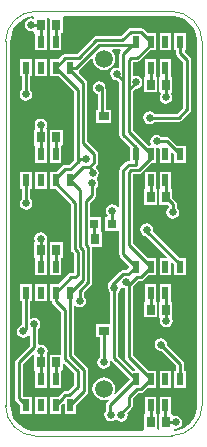
<source format=gtl>
G04 Layer_Physical_Order=1*
G04 Layer_Color=255*
%FSLAX24Y24*%
%MOIN*%
G70*
G01*
G75*
%ADD10C,0.0100*%
%ADD11R,0.0315X0.0315*%
%ADD12R,0.0217X0.0413*%
%ADD13R,0.0354X0.0276*%
%ADD14R,0.0276X0.0354*%
%ADD15C,0.0040*%
%ADD16C,0.0590*%
%ADD17C,0.0260*%
G36*
X5546Y13987D02*
X5628Y13983D01*
X5793Y13950D01*
X5944Y13887D01*
X6080Y13796D01*
X6196Y13680D01*
X6287Y13544D01*
X6350Y13393D01*
X6383Y13228D01*
X6387Y13146D01*
Y1004D01*
X6383Y922D01*
X6350Y757D01*
X6287Y606D01*
X6196Y470D01*
X6080Y354D01*
X5944Y263D01*
X5793Y200D01*
X5641Y170D01*
X5616Y188D01*
X5603Y209D01*
X5652Y242D01*
X5680Y236D01*
X5762Y252D01*
X5831Y299D01*
X5878Y368D01*
X5894Y450D01*
X5878Y532D01*
X5831Y601D01*
X5762Y648D01*
X5680Y664D01*
X5614Y651D01*
X5564Y680D01*
Y710D01*
X5554D01*
X5512Y730D01*
Y1304D01*
X5135D01*
Y730D01*
X5135Y730D01*
X5128Y710D01*
X5128D01*
X5128Y683D01*
Y213D01*
X5120Y202D01*
X5102Y200D01*
X5094Y202D01*
X5052Y245D01*
Y710D01*
X5052D01*
X5020Y730D01*
Y1304D01*
X4643D01*
Y730D01*
X4616Y710D01*
X4616D01*
Y213D01*
X4580Y163D01*
X994Y163D01*
X913Y167D01*
X750Y199D01*
X601Y261D01*
X466Y351D01*
X351Y466D01*
X261Y601D01*
X200Y750D01*
X167Y913D01*
X163Y994D01*
Y13146D01*
X167Y13228D01*
X200Y13393D01*
X263Y13544D01*
X354Y13680D01*
X470Y13796D01*
X606Y13887D01*
X757Y13950D01*
X918Y13982D01*
X926Y13976D01*
X947Y13930D01*
X906Y13901D01*
X853Y13911D01*
X771Y13895D01*
X702Y13848D01*
X655Y13779D01*
X639Y13697D01*
X655Y13615D01*
X702Y13546D01*
X771Y13499D01*
X853Y13483D01*
X906Y13494D01*
X928Y13478D01*
X956Y13440D01*
D01*
X988Y13405D01*
Y12846D01*
X1365D01*
Y13420D01*
X1392Y13440D01*
X1392D01*
Y13937D01*
X1400Y13948D01*
X1418Y13950D01*
X1426Y13948D01*
X1468Y13905D01*
Y13440D01*
X1468D01*
X1480Y13420D01*
Y12846D01*
X1857D01*
Y13420D01*
X1898Y13440D01*
X1904D01*
Y13937D01*
X1940Y13987D01*
X5546Y13987D01*
D02*
G37*
%LPC*%
G36*
X4710Y7084D02*
X4628Y7068D01*
X4559Y7021D01*
X4512Y6952D01*
X4496Y6870D01*
X4512Y6788D01*
X4559Y6719D01*
X4628Y6672D01*
X4683Y6661D01*
X5378Y5966D01*
X5359Y5920D01*
X5135D01*
Y5346D01*
X5512D01*
Y5767D01*
X5558Y5786D01*
X5627Y5717D01*
Y5346D01*
X6004D01*
Y5920D01*
X5799D01*
X4912Y6807D01*
X4924Y6870D01*
X4908Y6952D01*
X4861Y7021D01*
X4792Y7068D01*
X4710Y7084D01*
D02*
G37*
G36*
X1904Y6454D02*
X1468D01*
Y5940D01*
X1468D01*
X1480Y5920D01*
Y5346D01*
X1857D01*
Y5920D01*
X1898Y5940D01*
X1904D01*
Y6454D01*
D02*
G37*
G36*
X1365Y5054D02*
X988D01*
Y4480D01*
X1365D01*
Y5054D01*
D02*
G37*
G36*
X873Y8804D02*
X496D01*
Y8230D01*
X552D01*
Y7918D01*
X533Y7906D01*
X486Y7836D01*
X470Y7754D01*
X486Y7672D01*
X533Y7603D01*
X602Y7556D01*
X684Y7540D01*
X766Y7556D01*
X836Y7603D01*
X882Y7672D01*
X898Y7754D01*
X882Y7836D01*
X836Y7906D01*
X817Y7918D01*
Y8230D01*
X873D01*
Y8804D01*
D02*
G37*
G36*
X5512D02*
X5135D01*
Y8230D01*
X5135Y8230D01*
X5128Y8208D01*
X5128D01*
X5128Y8183D01*
Y7694D01*
X5416D01*
X5437Y7672D01*
Y7614D01*
X5419Y7601D01*
X5372Y7532D01*
X5356Y7450D01*
X5372Y7368D01*
X5419Y7299D01*
X5488Y7252D01*
X5570Y7236D01*
X5652Y7252D01*
X5721Y7299D01*
X5768Y7368D01*
X5784Y7450D01*
X5768Y7532D01*
X5721Y7601D01*
X5703Y7614D01*
Y7727D01*
X5692Y7778D01*
X5664Y7821D01*
X5564Y7921D01*
Y8208D01*
X5553D01*
X5512Y8230D01*
Y8804D01*
D02*
G37*
G36*
X1170Y6784D02*
X1088Y6768D01*
X1019Y6721D01*
X972Y6652D01*
X956Y6570D01*
X969Y6504D01*
X956Y6454D01*
X956D01*
Y5940D01*
X956D01*
X988Y5920D01*
Y5346D01*
X1365D01*
Y5920D01*
X1392Y5940D01*
X1392D01*
Y6454D01*
X1392D01*
X1371Y6504D01*
X1384Y6570D01*
X1368Y6652D01*
X1321Y6721D01*
X1252Y6768D01*
X1170Y6784D01*
D02*
G37*
G36*
X5512Y2170D02*
X5135D01*
Y1596D01*
X5512D01*
Y2170D01*
D02*
G37*
G36*
X873Y5054D02*
X496D01*
Y4480D01*
X552D01*
Y3686D01*
X508Y3677D01*
X439Y3631D01*
X392Y3561D01*
X376Y3479D01*
X392Y3397D01*
X439Y3328D01*
X508Y3281D01*
X590Y3265D01*
X672Y3281D01*
X741Y3328D01*
X767Y3367D01*
X817Y3352D01*
Y3005D01*
X352Y2540D01*
X324Y2497D01*
X314Y2446D01*
Y1255D01*
X324Y1204D01*
X352Y1161D01*
X496Y1018D01*
Y730D01*
X873D01*
Y1304D01*
X585D01*
X579Y1310D01*
Y2391D01*
X917Y2729D01*
X956Y2698D01*
Y2190D01*
X956D01*
X988Y2170D01*
Y1596D01*
X1365D01*
Y2170D01*
X1392Y2190D01*
X1392D01*
Y2704D01*
X1392Y2704D01*
X1391Y2754D01*
X1404Y2820D01*
X1388Y2902D01*
X1341Y2971D01*
X1272Y3018D01*
X1190Y3034D01*
X1133Y3023D01*
X1083Y3056D01*
Y3546D01*
X1101Y3559D01*
X1148Y3628D01*
X1164Y3710D01*
X1148Y3792D01*
X1101Y3861D01*
X1032Y3908D01*
X950Y3924D01*
X868Y3908D01*
X861Y3903D01*
X817Y3927D01*
Y4480D01*
X873D01*
Y5054D01*
D02*
G37*
G36*
X1365Y1304D02*
X988D01*
Y730D01*
X1365D01*
Y1304D01*
D02*
G37*
G36*
X5020Y5054D02*
X4643D01*
Y4480D01*
X4616Y4459D01*
X4616D01*
Y3945D01*
X5052D01*
Y4459D01*
X5052D01*
X5020Y4480D01*
Y5054D01*
D02*
G37*
G36*
X5512D02*
X5135D01*
Y4480D01*
X5135Y4480D01*
X5128Y4459D01*
X5128D01*
X5128Y4433D01*
Y3945D01*
X5129D01*
X5159Y3895D01*
X5146Y3830D01*
X5162Y3748D01*
X5209Y3679D01*
X5278Y3632D01*
X5360Y3616D01*
X5442Y3632D01*
X5511Y3679D01*
X5558Y3748D01*
X5574Y3830D01*
X5561Y3895D01*
X5564Y3945D01*
X5564Y3945D01*
X5564Y3945D01*
Y4459D01*
X5553D01*
X5512Y4480D01*
Y5054D01*
D02*
G37*
G36*
X5180Y3254D02*
X5098Y3238D01*
X5029Y3191D01*
X4982Y3122D01*
X4966Y3040D01*
X4982Y2958D01*
X5029Y2889D01*
X5098Y2842D01*
X5180Y2826D01*
X5202Y2830D01*
X5683Y2349D01*
Y2170D01*
X5627D01*
Y1596D01*
X6004D01*
Y2170D01*
X5948D01*
Y2404D01*
X5938Y2455D01*
X5909Y2498D01*
X5390Y3018D01*
X5394Y3040D01*
X5378Y3122D01*
X5331Y3191D01*
X5262Y3238D01*
X5180Y3254D01*
D02*
G37*
G36*
X5020Y12554D02*
X4643D01*
Y11980D01*
X4616Y11957D01*
X4616D01*
Y11443D01*
X5052D01*
Y11957D01*
X5052D01*
X5020Y11980D01*
Y12554D01*
D02*
G37*
G36*
X873D02*
X496D01*
Y11980D01*
X552D01*
Y11547D01*
X529Y11531D01*
X482Y11462D01*
X466Y11380D01*
X482Y11298D01*
X529Y11229D01*
X598Y11182D01*
X680Y11166D01*
X762Y11182D01*
X831Y11229D01*
X878Y11298D01*
X894Y11380D01*
X878Y11462D01*
X831Y11531D01*
X817Y11541D01*
Y11980D01*
X873D01*
Y12554D01*
D02*
G37*
G36*
X5512D02*
X5135D01*
Y11980D01*
X5135Y11980D01*
X5128Y11957D01*
X5128D01*
X5128Y11933D01*
Y11443D01*
X5138D01*
X5165Y11393D01*
X5148Y11368D01*
X5132Y11286D01*
X5148Y11204D01*
X5195Y11135D01*
X5264Y11088D01*
X5346Y11072D01*
X5428Y11088D01*
X5497Y11135D01*
X5544Y11204D01*
X5560Y11286D01*
X5544Y11368D01*
X5527Y11393D01*
X5554Y11443D01*
X5564D01*
Y11957D01*
X5552D01*
X5512Y11980D01*
Y12554D01*
D02*
G37*
G36*
Y13420D02*
X5135D01*
Y12846D01*
X5512D01*
Y13420D01*
D02*
G37*
G36*
X4502Y13602D02*
X4177D01*
X4127Y13592D01*
X4084Y13564D01*
X3843Y13323D01*
X3025D01*
X2975Y13312D01*
X2932Y13284D01*
X2384Y12736D01*
X1998D01*
X1948Y12726D01*
X1905Y12697D01*
X1761Y12554D01*
X1480D01*
Y11980D01*
X1761D01*
X2266Y11475D01*
Y9177D01*
X2108Y9019D01*
X1977D01*
X1926Y9009D01*
X1883Y8981D01*
X1706Y8804D01*
X1480D01*
Y8230D01*
X1662D01*
X2175Y7718D01*
Y6224D01*
X2185Y6174D01*
X2213Y6131D01*
X2266Y6078D01*
Y5429D01*
X2191D01*
X2141Y5419D01*
X2098Y5390D01*
X1761Y5054D01*
X1480D01*
Y4480D01*
X1538D01*
X1546Y4441D01*
X1575Y4398D01*
X1848Y4124D01*
Y2704D01*
X1468D01*
Y2190D01*
X1468D01*
X1480Y2170D01*
Y1596D01*
X1857D01*
Y2170D01*
X1898Y2190D01*
X1904D01*
Y2392D01*
X1950Y2411D01*
X2267Y2093D01*
Y1679D01*
X2075Y1486D01*
X1998D01*
X1948Y1476D01*
X1905Y1447D01*
X1829Y1371D01*
X1815Y1351D01*
X1768Y1304D01*
X1480D01*
Y730D01*
X1857D01*
Y1018D01*
X1926Y1087D01*
X1972Y1068D01*
Y730D01*
X2349D01*
Y1018D01*
X2714Y1383D01*
X2742Y1426D01*
X2753Y1476D01*
Y2183D01*
X2742Y2233D01*
X2714Y2276D01*
X2293Y2697D01*
Y4309D01*
X2343Y4329D01*
X2398Y4292D01*
X2480Y4276D01*
X2562Y4292D01*
X2631Y4339D01*
X2678Y4408D01*
X2694Y4490D01*
X2678Y4572D01*
X2631Y4641D01*
X2613Y4654D01*
Y4777D01*
X2853Y5017D01*
X2881Y5060D01*
X2891Y5111D01*
Y6282D01*
X2897Y6288D01*
X3212D01*
Y6802D01*
X3212D01*
X3192Y6823D01*
Y7297D01*
X2800D01*
Y7762D01*
X2974Y7936D01*
X3002Y7979D01*
X3013Y8030D01*
Y8246D01*
X3031Y8259D01*
X3078Y8328D01*
X3094Y8410D01*
X3078Y8492D01*
X3048Y8536D01*
X3051Y8599D01*
X3098Y8668D01*
X3114Y8750D01*
X3098Y8832D01*
X3051Y8901D01*
X3025Y8919D01*
X3017Y8982D01*
X3044Y9009D01*
X3072Y9052D01*
X3083Y9102D01*
Y9390D01*
X3072Y9441D01*
X3044Y9484D01*
X2711Y9816D01*
Y11773D01*
X2701Y11824D01*
X2673Y11867D01*
X2436Y12103D01*
X2443Y12168D01*
X2451Y12173D01*
X2856Y12579D01*
X2904Y12556D01*
X2915Y12472D01*
X2952Y12381D01*
X3013Y12303D01*
X3091Y12242D01*
X3182Y12205D01*
X3280Y12192D01*
X3378Y12205D01*
X3469Y12242D01*
X3547Y12303D01*
X3608Y12381D01*
X3645Y12472D01*
X3658Y12570D01*
X3645Y12668D01*
X3608Y12759D01*
X3555Y12827D01*
X3571Y12877D01*
X3831D01*
X3850Y12831D01*
X3827Y12809D01*
X3799Y12766D01*
X3789Y12715D01*
Y12307D01*
X3739Y12266D01*
X3700Y12274D01*
X3618Y12258D01*
X3549Y12211D01*
X3502Y12142D01*
X3486Y12060D01*
X3502Y11978D01*
X3549Y11909D01*
X3618Y11862D01*
X3700Y11846D01*
X3722Y11850D01*
X3789Y11784D01*
Y10039D01*
X3799Y9988D01*
X3827Y9945D01*
X4151Y9621D01*
Y9166D01*
X4103D01*
X4052Y9156D01*
X4009Y9127D01*
X3827Y8946D01*
X3799Y8903D01*
X3789Y8852D01*
Y7611D01*
X3739Y7596D01*
X3701Y7651D01*
X3632Y7698D01*
X3550Y7714D01*
X3468Y7698D01*
X3399Y7651D01*
X3352Y7582D01*
X3336Y7500D01*
X3352Y7418D01*
X3399Y7349D01*
X3400Y7347D01*
X3385Y7297D01*
X3308D01*
Y6823D01*
X3783Y6823D01*
X3789Y6775D01*
Y6051D01*
X3799Y6001D01*
X3827Y5958D01*
X4151Y5634D01*
Y5632D01*
X4031Y5513D01*
X3901D01*
X3850Y5502D01*
X3807Y5474D01*
X3454Y5121D01*
X3426Y5078D01*
X3416Y5027D01*
Y5006D01*
X3424Y4964D01*
X3416Y4924D01*
X3432Y4842D01*
X3479Y4772D01*
X3497Y4760D01*
Y3722D01*
X3013D01*
Y3286D01*
X3137D01*
Y2614D01*
X3119Y2601D01*
X3072Y2532D01*
X3056Y2450D01*
X3072Y2368D01*
X3119Y2299D01*
X3188Y2252D01*
X3270Y2236D01*
X3352Y2252D01*
X3421Y2299D01*
X3468Y2368D01*
X3484Y2450D01*
X3474Y2502D01*
X3521Y2522D01*
X3536Y2499D01*
X4151Y1884D01*
Y1882D01*
X3653Y1384D01*
X3611Y1413D01*
X3635Y1472D01*
X3648Y1570D01*
X3635Y1668D01*
X3598Y1759D01*
X3537Y1837D01*
X3459Y1898D01*
X3368Y1935D01*
X3270Y1948D01*
X3172Y1935D01*
X3081Y1898D01*
X3003Y1837D01*
X2942Y1759D01*
X2905Y1668D01*
X2892Y1570D01*
X2905Y1472D01*
X2942Y1381D01*
X3003Y1303D01*
X3081Y1242D01*
X3172Y1205D01*
X3270Y1192D01*
X3368Y1205D01*
X3427Y1229D01*
X3456Y1187D01*
X3386Y1117D01*
X3358Y1074D01*
X3347Y1024D01*
Y835D01*
X3312Y782D01*
X3296Y700D01*
X3312Y618D01*
X3359Y549D01*
X3428Y502D01*
X3510Y486D01*
X3592Y502D01*
X3643Y536D01*
X3706Y532D01*
X3709Y529D01*
X3778Y482D01*
X3860Y466D01*
X3942Y482D01*
X4011Y529D01*
X4058Y598D01*
X4074Y680D01*
X4058Y762D01*
X4054Y767D01*
X4195Y907D01*
X4224Y950D01*
X4234Y1001D01*
Y1223D01*
X4425Y1414D01*
X4502D01*
X4552Y1424D01*
X4595Y1453D01*
X4739Y1596D01*
X5020D01*
Y2170D01*
X4739D01*
X4234Y2675D01*
Y4973D01*
X4271Y5010D01*
X4271Y5010D01*
X4425Y5164D01*
X4502D01*
X4552Y5174D01*
X4595Y5203D01*
X4739Y5346D01*
X5020D01*
Y5920D01*
X4732D01*
X4685Y5967D01*
X4671Y5987D01*
X4234Y6425D01*
Y8721D01*
X4432D01*
X4483Y8731D01*
X4526Y8760D01*
X4862Y9096D01*
X5020D01*
Y9579D01*
X5040Y9596D01*
X5085Y9605D01*
X5135Y9566D01*
Y9096D01*
X5512D01*
Y9441D01*
X5558Y9460D01*
X5627Y9391D01*
Y9096D01*
X6004D01*
Y9670D01*
X5723D01*
X5489Y9904D01*
X5446Y9932D01*
X5396Y9943D01*
X5204D01*
X5191Y9961D01*
X5122Y10008D01*
X5040Y10024D01*
X4958Y10008D01*
X4889Y9961D01*
X4842Y9892D01*
X4826Y9810D01*
X4842Y9728D01*
X4852Y9714D01*
X4828Y9670D01*
X4739D01*
X4234Y10175D01*
Y11476D01*
X4328Y11570D01*
X4350Y11566D01*
X4432Y11582D01*
X4501Y11629D01*
X4548Y11698D01*
X4564Y11780D01*
X4548Y11862D01*
X4501Y11931D01*
X4432Y11978D01*
X4350Y11994D01*
X4284Y11981D01*
X4234Y12010D01*
Y12471D01*
X4394D01*
X4444Y12481D01*
X4487Y12510D01*
X4824Y12846D01*
X5020D01*
Y13420D01*
X4739D01*
X4595Y13564D01*
X4552Y13592D01*
X4502Y13602D01*
D02*
G37*
G36*
X1365Y12554D02*
X988D01*
Y11980D01*
X1365D01*
Y12554D01*
D02*
G37*
G36*
X1180Y10574D02*
X1098Y10558D01*
X1029Y10511D01*
X982Y10442D01*
X966Y10360D01*
X982Y10278D01*
X998Y10254D01*
X971Y10204D01*
X956D01*
Y9690D01*
X956D01*
X988Y9670D01*
Y9096D01*
X1365D01*
Y9670D01*
X1392Y9690D01*
X1392D01*
Y10204D01*
X1389D01*
X1362Y10254D01*
X1378Y10278D01*
X1394Y10360D01*
X1378Y10442D01*
X1331Y10511D01*
X1262Y10558D01*
X1180Y10574D01*
D02*
G37*
G36*
X1365Y8804D02*
X988D01*
Y8230D01*
X1365D01*
Y8804D01*
D02*
G37*
G36*
X5020D02*
X4643D01*
Y8230D01*
X4616Y8208D01*
X4616D01*
Y7694D01*
X5052D01*
Y8208D01*
X5052D01*
X5020Y8230D01*
Y8804D01*
D02*
G37*
G36*
X1904Y10204D02*
X1468D01*
Y9690D01*
X1468D01*
X1480Y9670D01*
Y9096D01*
X1857D01*
Y9670D01*
X1898Y9690D01*
X1904D01*
Y10204D01*
D02*
G37*
G36*
X6004Y13420D02*
X5627D01*
Y12846D01*
X5683D01*
Y12766D01*
X5693Y12715D01*
X5722Y12672D01*
X5921Y12473D01*
Y10939D01*
X5715Y10733D01*
X4974D01*
X4961Y10751D01*
X4892Y10798D01*
X4810Y10814D01*
X4728Y10798D01*
X4659Y10751D01*
X4612Y10682D01*
X4596Y10600D01*
X4612Y10518D01*
X4659Y10449D01*
X4728Y10402D01*
X4810Y10386D01*
X4892Y10402D01*
X4961Y10449D01*
X4974Y10467D01*
X5770D01*
X5821Y10478D01*
X5864Y10506D01*
X6148Y10790D01*
X6176Y10833D01*
X6187Y10884D01*
Y12527D01*
X6176Y12578D01*
X6148Y12621D01*
X5972Y12796D01*
X5993Y12846D01*
X6004D01*
Y13420D01*
D02*
G37*
G36*
X3120Y11814D02*
X3038Y11798D01*
X2969Y11751D01*
X2922Y11682D01*
X2906Y11600D01*
X2922Y11518D01*
X2969Y11449D01*
X3038Y11402D01*
X3067Y11396D01*
Y10864D01*
X3013D01*
Y10428D01*
X3527D01*
Y10864D01*
X3333D01*
Y11592D01*
X3334Y11600D01*
X3333Y11608D01*
Y11620D01*
X3322Y11671D01*
X3319Y11676D01*
X3318Y11682D01*
X3271Y11751D01*
X3202Y11798D01*
X3120Y11814D01*
D02*
G37*
%LPD*%
G36*
X3927Y4922D02*
X3969Y4914D01*
Y2620D01*
X3979Y2569D01*
X4007Y2526D01*
X4318Y2216D01*
X4299Y2170D01*
X4240D01*
X3763Y2647D01*
Y4760D01*
X3781Y4772D01*
X3828Y4842D01*
X3843Y4918D01*
X3865Y4934D01*
X3891Y4946D01*
X3927Y4922D01*
D02*
G37*
D10*
X5324Y475D02*
G03*
X5346Y453I22J0D01*
G01*
Y4745D02*
G03*
X5324Y4767I-22J0D01*
G01*
X5346Y8495D02*
G03*
X5324Y8517I-22J0D01*
G01*
X5346Y12245D02*
G03*
X5324Y12267I-22J0D01*
G01*
X1686Y13697D02*
G03*
X1669Y13680I0J-17D01*
G01*
Y9383D02*
G03*
X1686Y9401I0J17D01*
G01*
X1669Y5633D02*
G03*
X1686Y5651I0J17D01*
G01*
X1669Y1883D02*
G03*
X1686Y1901I0J17D01*
G01*
X3200Y10716D02*
Y11620D01*
X1174Y2447D02*
Y2836D01*
X4810Y10600D02*
X5770D01*
X4662Y6870D02*
X5816Y5716D01*
X5040Y9810D02*
X5396D01*
X5570Y7450D02*
Y7727D01*
X5346Y7951D02*
X5570Y7727D01*
X1174Y2836D02*
X1190Y2820D01*
X950Y2950D02*
Y3710D01*
X446Y2446D02*
X950Y2950D01*
X684Y3573D02*
Y4767D01*
X590Y3479D02*
X684Y3573D01*
X446Y1255D02*
X684Y1017D01*
X446Y1255D02*
Y2446D01*
X3025Y13190D02*
X3898D01*
X2439Y12604D02*
X3025Y13190D01*
X1998Y12604D02*
X2439D01*
X3100Y13010D02*
X4216D01*
X2357Y12267D02*
X3100Y13010D01*
X2161Y12267D02*
X2357D01*
X4216Y13010D02*
X4339Y13133D01*
X3921Y12715D02*
X4216Y13010D01*
X4832Y13041D02*
Y13133D01*
X4394Y12604D02*
X4832Y13041D01*
X4177Y12604D02*
X4394D01*
X2798Y8950D02*
X2900Y8848D01*
Y8750D02*
Y8848D01*
X2950Y9102D02*
Y9390D01*
X2798Y8950D02*
X2950Y9102D01*
X2594Y8950D02*
X2798D01*
X2161Y8517D02*
X2594Y8950D01*
X2880Y8030D02*
Y8410D01*
X2667Y7817D02*
X2880Y8030D01*
X2667Y6373D02*
Y7817D01*
X2307Y6224D02*
Y7773D01*
X1669Y8411D02*
X2307Y7773D01*
X1669Y8411D02*
Y8517D01*
X2161D02*
X2487Y8190D01*
Y6299D02*
Y8190D01*
X2307Y6224D02*
X2399Y6133D01*
Y5373D02*
Y6133D01*
X2487Y6299D02*
X2579Y6207D01*
Y5185D02*
Y6207D01*
X2161Y4767D02*
X2579Y5185D01*
X2955Y6585D02*
X2994Y6545D01*
X2955Y6585D02*
Y7060D01*
X5677Y453D02*
X5680Y450D01*
X5346Y453D02*
X5677D01*
X3270Y2450D02*
Y3504D01*
X3860Y680D02*
Y760D01*
X4101Y1001D01*
Y1277D01*
X3480Y730D02*
X3510Y700D01*
X3480Y730D02*
Y1024D01*
X4339Y1883D01*
X4832Y1876D02*
Y1883D01*
X4502Y1546D02*
X4832Y1876D01*
X4370Y1546D02*
X4502D01*
X4101Y1277D02*
X4370Y1546D01*
X2620Y1476D02*
Y2183D01*
X2161Y2642D02*
X2620Y2183D01*
X2161Y2642D02*
Y4767D01*
X2400Y1624D02*
Y2148D01*
X1981Y2567D02*
X2400Y2148D01*
X1981Y2567D02*
Y4179D01*
X3548Y5027D02*
X3901Y5380D01*
X4086D02*
X4339Y5633D01*
X3901Y5380D02*
X4086D01*
X3548Y5006D02*
Y5027D01*
Y5006D02*
X3630Y4924D01*
X4009Y5120D02*
X4101Y5027D01*
X3630Y2592D02*
Y4924D01*
Y2592D02*
X4339Y1883D01*
X3545Y7495D02*
X3550Y7500D01*
X3545Y7060D02*
Y7495D01*
X5816Y9390D02*
Y9434D01*
X5396Y9810D02*
X5816Y9390D01*
Y9383D02*
Y9390D01*
X4339Y9383D02*
Y9621D01*
X3921Y10039D02*
X4339Y9621D01*
X3921Y10039D02*
Y11839D01*
X4101Y10120D02*
Y11531D01*
X1669Y12260D02*
X2399Y11530D01*
Y9123D02*
Y11530D01*
X2163Y8887D02*
X2399Y9123D01*
X2486Y9210D01*
X2690D01*
X2579Y9761D02*
Y11773D01*
X2161Y12192D02*
X2579Y11773D01*
Y9761D02*
X2950Y9390D01*
X2161Y12192D02*
Y12267D01*
X1977Y8887D02*
X2163D01*
X4103Y9034D02*
X4339D01*
X3921Y8852D02*
X4103Y9034D01*
X4177Y8854D02*
X4432D01*
X4101Y8777D02*
X4177Y8854D01*
X4101Y6370D02*
Y8777D01*
X2667Y6373D02*
X2759Y6282D01*
Y5111D02*
Y6282D01*
X2480Y4832D02*
X2759Y5111D01*
X2480Y4490D02*
Y4832D01*
X4101Y10120D02*
X4832Y9390D01*
X5770Y10600D02*
X6054Y10884D01*
X3120Y11600D02*
X3180D01*
X3200Y11620D01*
Y10716D02*
X3270Y10646D01*
X3700Y12060D02*
X3921Y11839D01*
X4101Y11531D02*
Y12527D01*
Y11531D02*
X4350Y11780D01*
X3921Y11839D02*
Y12715D01*
X5346Y11286D02*
Y11700D01*
X5180Y3040D02*
X5816Y2404D01*
X853Y13697D02*
X1174D01*
Y10354D02*
X1180Y10360D01*
X1174Y9947D02*
Y10354D01*
X1170Y6570D02*
X1174Y6566D01*
Y6197D02*
Y6566D01*
X5346Y3844D02*
X5360Y3830D01*
X5346Y3844D02*
Y4202D01*
X5816Y1883D02*
Y2404D01*
X4662Y6870D02*
X4710D01*
X5816Y5633D02*
Y5716D01*
X4177Y5104D02*
X4370Y5296D01*
X4177Y5104D02*
X4177D01*
X4101Y5027D02*
X4177Y5104D01*
X4101Y2620D02*
Y5027D01*
X4370Y5296D02*
X4502D01*
X6054Y10884D02*
Y12527D01*
X5816Y12766D02*
X6054Y12527D01*
X5816Y12766D02*
Y13133D01*
X684Y11376D02*
Y12267D01*
X680Y11380D02*
X684Y11376D01*
Y7754D02*
Y8517D01*
X1998Y1354D02*
X2130D01*
X1922Y1277D02*
X1998Y1354D01*
X1922Y1271D02*
Y1277D01*
X1669Y1017D02*
X1922Y1271D01*
X4578Y5887D02*
X4832Y5633D01*
X4578Y5887D02*
Y5894D01*
X4101Y6370D02*
X4578Y5894D01*
X4502Y5296D02*
X4832Y5626D01*
X4177Y13470D02*
X4502D01*
X3898Y13190D02*
X4177Y13470D01*
X4502D02*
X4832Y13140D01*
X1669Y12274D02*
X1998Y12604D01*
X4832Y1883D02*
Y1890D01*
X4101Y2620D02*
X4832Y1890D01*
Y5626D02*
Y5633D01*
X4432Y8854D02*
X4832Y9253D01*
X3921Y6051D02*
X4339Y5633D01*
X3921Y6051D02*
Y8852D01*
X4339Y9034D02*
Y9383D01*
X4832Y9253D02*
Y9383D01*
Y9390D01*
X4101Y12527D02*
X4177Y12604D01*
X4832Y13133D02*
Y13140D01*
X1669Y12267D02*
Y12274D01*
Y8579D02*
X1977Y8887D01*
X1669Y12260D02*
Y12267D01*
Y8517D02*
Y8579D01*
X2323Y5296D02*
X2399Y5373D01*
X2191Y5296D02*
X2323D01*
X1669Y4774D02*
X2191Y5296D01*
X1669Y4767D02*
Y4774D01*
Y4491D02*
Y4767D01*
Y4491D02*
X1981Y4179D01*
X2130Y1354D02*
X2400Y1624D01*
X2161Y1017D02*
X2620Y1476D01*
X5324Y475D02*
Y1017D01*
X4832Y453D02*
X4834D01*
X4832D02*
Y1017D01*
X5346Y4202D02*
Y4745D01*
X4832Y4767D02*
X4834D01*
Y4202D02*
Y4767D01*
X5346Y7951D02*
Y8495D01*
X4832Y8517D02*
X4834D01*
Y7951D02*
Y8517D01*
X5346Y11700D02*
Y12245D01*
X4832Y12267D02*
X4834D01*
Y11700D02*
Y12267D01*
X1174Y13133D02*
X1176D01*
X1174D02*
Y13697D01*
X1669Y13133D02*
Y13680D01*
X1174Y9383D02*
X1176D01*
X1174D02*
Y9947D01*
X1686Y9401D02*
Y9947D01*
X1174Y5633D02*
X1176D01*
X1174D02*
Y6197D01*
X1686Y5651D02*
Y6197D01*
X1174Y1883D02*
X1176D01*
X1174D02*
Y2447D01*
X1686Y1901D02*
Y2447D01*
D11*
X2955Y7060D02*
D03*
X3545D02*
D03*
D12*
X4832Y1883D02*
D03*
X5324D02*
D03*
X5816D02*
D03*
X4339D02*
D03*
X4832Y1017D02*
D03*
X4339D02*
D03*
X5324D02*
D03*
X5816D02*
D03*
X4832Y5633D02*
D03*
X5324D02*
D03*
X5816D02*
D03*
X4339D02*
D03*
X4832Y4767D02*
D03*
X4339D02*
D03*
X5324D02*
D03*
X5816D02*
D03*
X4832Y9383D02*
D03*
X5324D02*
D03*
X5816D02*
D03*
X4339D02*
D03*
X4832Y8517D02*
D03*
X4339D02*
D03*
X5324D02*
D03*
X5816D02*
D03*
X4832Y13133D02*
D03*
X5324D02*
D03*
X5816D02*
D03*
X4339D02*
D03*
X4832Y12267D02*
D03*
X4339D02*
D03*
X5324D02*
D03*
X5816D02*
D03*
X1669Y1017D02*
D03*
X1176D02*
D03*
X684D02*
D03*
X2161D02*
D03*
X1669Y1883D02*
D03*
X2161D02*
D03*
X1176D02*
D03*
X684D02*
D03*
X1669Y4767D02*
D03*
X1176D02*
D03*
X684D02*
D03*
X2161D02*
D03*
X1669Y5633D02*
D03*
X2161D02*
D03*
X1176D02*
D03*
X684D02*
D03*
X1669Y8517D02*
D03*
X1176D02*
D03*
X684D02*
D03*
X2161D02*
D03*
X1669Y9383D02*
D03*
X2161D02*
D03*
X1176D02*
D03*
X684D02*
D03*
X1669Y12267D02*
D03*
X1176D02*
D03*
X684D02*
D03*
X2161D02*
D03*
X1669Y13133D02*
D03*
X2161D02*
D03*
X1176D02*
D03*
X684D02*
D03*
D13*
X3270Y10646D02*
D03*
Y10134D02*
D03*
Y3504D02*
D03*
Y4016D02*
D03*
D14*
X5346Y453D02*
D03*
X4834D02*
D03*
X5346Y7951D02*
D03*
X4834D02*
D03*
X5346Y11700D02*
D03*
X4834D02*
D03*
X1174Y9947D02*
D03*
X1686D02*
D03*
X1174Y13697D02*
D03*
X1686D02*
D03*
X2994Y6545D02*
D03*
X3506D02*
D03*
X1174Y2447D02*
D03*
X1686D02*
D03*
X1174Y6197D02*
D03*
X1686D02*
D03*
X5346Y4202D02*
D03*
X4834D02*
D03*
D15*
X288Y13845D02*
G03*
X0Y13150I695J-695D01*
G01*
X1012Y14150D02*
G03*
X296Y13854I0J-1012D01*
G01*
X6262Y13845D02*
G03*
X5527Y14150I-735J-735D01*
G01*
X6550Y13150D02*
G03*
X6262Y13845I-984J0D01*
G01*
X6254Y296D02*
G03*
X6550Y1012I-715J715D01*
G01*
X5538Y0D02*
G03*
X6254Y296I0J1012D01*
G01*
X301Y285D02*
G03*
X990Y0I689J689D01*
G01*
X0Y1001D02*
G03*
X293Y293I1001J0D01*
G01*
X0Y2060D02*
Y13150D01*
X288Y13845D02*
X296Y13854D01*
X1012Y14150D02*
X5527D01*
X6550Y1012D02*
Y13150D01*
X990Y0D02*
X5538D01*
X293Y293D02*
X301Y285D01*
X0Y1001D02*
Y2060D01*
D16*
X3270Y1570D02*
D03*
X3280Y12570D02*
D03*
D17*
X4810Y10600D02*
D03*
X5040Y9810D02*
D03*
X5570Y7450D02*
D03*
X1190Y2820D02*
D03*
X950Y3710D02*
D03*
X590Y3479D02*
D03*
X5680Y450D02*
D03*
X3270Y2450D02*
D03*
X2610Y3010D02*
D03*
X3860Y680D02*
D03*
X3510Y700D02*
D03*
X4009Y5120D02*
D03*
X3630Y4924D02*
D03*
X3550Y7500D02*
D03*
X2690Y9210D02*
D03*
X2900Y8750D02*
D03*
X2880Y8410D02*
D03*
X2480Y4490D02*
D03*
X3120Y11600D02*
D03*
X3460D02*
D03*
X3700Y12060D02*
D03*
X5346Y11286D02*
D03*
X4350Y11780D02*
D03*
X5180Y3040D02*
D03*
X5850Y4080D02*
D03*
X5520Y13690D02*
D03*
X853Y13697D02*
D03*
X1180Y10360D02*
D03*
X1170Y6570D02*
D03*
X5360Y3830D02*
D03*
X4710Y6870D02*
D03*
X680Y11380D02*
D03*
X684Y7754D02*
D03*
M02*

</source>
